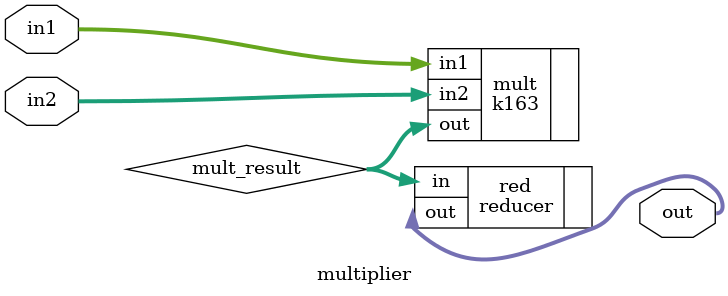
<source format=v>
`timescale 1ns / 1ps


module multiplier(
    input [162:0] in1,
    input [162:0] in2,
    output [162:0] out
    );
    
    // wire to store the intermediate multiplication
    wire [324:0] mult_result;
    
    k163 mult(
        .in1(in1),
        .in2(in2),
        .out(mult_result)
        );
        
    reducer red(
        .in(mult_result),
        .out(out)
        );

endmodule

</source>
